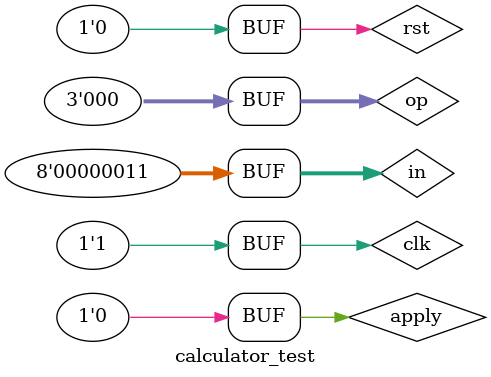
<source format=v>
module calculator_test #(
    parameter PUSH_CODE = 0,
    parameter POP_CODE  = 1,
    parameter ADD_CODE  = 2,
    parameter MULL_CODE = 3,
    parameter SUB_CODE  = 4,
    parameter DIV_CODE  = 5,
    parameter REM_CODE  = 6

)();

    reg clk;
    reg rst;

    reg[7:0] in;
    reg[2:0] op;
    reg apply;

    wire [7:0] tail;
    wire empty;
    wire valid;


    calculator calc(
        .clk(clk),
        .rst(rst),

        .in(in),
        .op(op),
        .apply(apply),

        .tail(tail),
        .empty(empty),
        .valid(valid)
    );

    initial begin
        $dumpfile("dump_calc.vcd");
        $dumpvars(0, calculator_test);
        ///тест на корректную работу
        clk = 0;
        rst = 1;
        
        #1
        clk = 1;
        rst = 0;

        #1 clk = 0;
        in = 1;
        op = PUSH_CODE;
        apply = 1;
        #1 clk = 1;

        #1 clk = 0;
        in = 2;
        op = PUSH_CODE;
        apply = 1;
        #1 clk = 1;

        #1 clk = 0;
        in = 3;
        op = PUSH_CODE;
        apply = 1;
        #1 clk = 1;

        #1 clk = 0;
        op = POP_CODE;
        apply = 1;
        #1 clk = 1;

        #1 clk = 0;
        op = ADD_CODE;
        apply = 1;
        #1 clk = 1;

        #1 clk = 0;
        in = 4;
        op = PUSH_CODE;
        apply = 1;
        #1 clk = 1;

        #1 clk = 0;
        op = MULL_CODE;
        apply = 1;
        #1 clk = 1;

        #1 clk = 0;
        in = 10;
        op = PUSH_CODE;
        apply = 1;
        #1 clk = 1;

        #1 clk = 0;
        op = SUB_CODE;
        apply = 1;
        #1 clk = 1;

        #1 clk = 0;
        in = 3;
        op = PUSH_CODE;
        apply = 1;
        #1 clk = 1;

        #1 clk = 0;
        op = DIV_CODE;
        apply = 1;
        #1 clk = 1;

        #1 clk = 0;
        in = 17;
        op = PUSH_CODE;
        apply = 1;
        #1 clk = 1;

        #1 clk = 0;
        op = ADD_CODE;
        apply = 1;
        #1 clk = 1;

        #1 clk = 0;
        in = 3;
        op = PUSH_CODE;
        apply = 1;
        #1 clk = 1;

        #1 clk = 0;
        op = REM_CODE;
        apply = 1;
        #1 clk = 1;

        #1 clk = 0;
        apply = 0;
        
        #1 clk = 1;   
        ///тест на деление на 0
        #3 
        clk = 0;
        rst = 1;
        
        #1
        clk = 1;
        rst = 0;

        #1 clk = 0;
        in = 1;
        op = PUSH_CODE;
        apply = 1;
        #1 clk = 1;

        #1 clk = 0;
        in = 0;
        op = PUSH_CODE;
        apply = 1;
        #1 clk = 1;

        #1 clk = 0;
        in = 2;
        op = PUSH_CODE;
        apply = 1;
        #1 clk = 1;

        #1 clk = 0;
        op = MULL_CODE;
        apply = 1;
        #1 clk = 1;

        #1 clk = 0;
        op = DIV_CODE;
        apply = 1;
        #1 clk = 1;

        #1 clk = 0;
        op = PUSH_CODE;
        in = 10;
        apply = 1;
        #1 clk = 1;

        #1 clk = 0;
        apply = 0;
        
        #1 clk = 1;        

        ///тест на недобор в очереди
        #3 
        clk = 0;
        rst = 1;
        
        #1
        clk = 1;
        rst = 0;

        #1 clk = 0;
        in = 1;
        op = 0;
        apply = 1;
        #1 clk = 1;

        #1 clk = 0;
        in = 1;
        op = 0;
        apply = 1;
        #1 clk = 1;

        #1 clk = 0;
        in = 3;
        op = 0;
        apply = 1;
        #1 clk = 1;

        #1 clk = 0;
        op = 2;
        apply = 1;
        #1 clk = 1;

        #1 clk = 0;
        op = 2;
        apply = 1;
        #1 clk = 1;

        #1 clk = 0;
        op = 2;
        apply = 1;
        #1 clk = 1;

        #1 clk = 0;
        apply = 0;
        
        #1 clk = 1;


        ///тест на перебор в очереди
        #3 
        clk = 0;
        rst = 1;
        
        #1
        clk = 1;
        rst = 0;

        #1 clk = 0;
        in = 1;
        op = 0;
        apply = 1;
        #1 clk = 1;

        #1 clk = 0;
        in = 2;
        op = 0;
        apply = 1;
        #1 clk = 1;

        #1 clk = 0;
        in = 3;
        op = 0;
        apply = 1;
        #1 clk = 1;

        #1 clk = 0;
        in = 4;
        op = 0;
        apply = 1;
        #1 clk = 1;

        #1 clk = 0;
        in = 5;
        op = 0;
        apply = 1;
        #1 clk = 1;

        #1 clk = 0;
        in = 6;
        op = 0;
        apply = 1;
        #1 clk = 1;

        #1 clk = 0;
        in = 7;
        op = 0;
        apply = 1;
        #1 clk = 1;

        #1 clk = 0;
        apply = 0;
        
        #1 clk = 1;
        


        ///проверка на работу apply

        #3 
        clk = 0;
        rst = 1;
        
        #1
        clk = 1;
        rst = 0;

        #1 clk = 0;
        in = 1;
        op = 0;
        apply = 1;
        #1 clk = 1;

        #1 clk = 0;
        in = 2;
        op = 0;
        apply = 0;
        #1 clk = 1;

        #1 clk = 0;
        in = 3;
        op = 0;
        apply = 1;
        #1 clk = 1;

        #1 clk = 0;
        apply = 0;
        
        #1 clk = 1;
    end

endmodule
</source>
